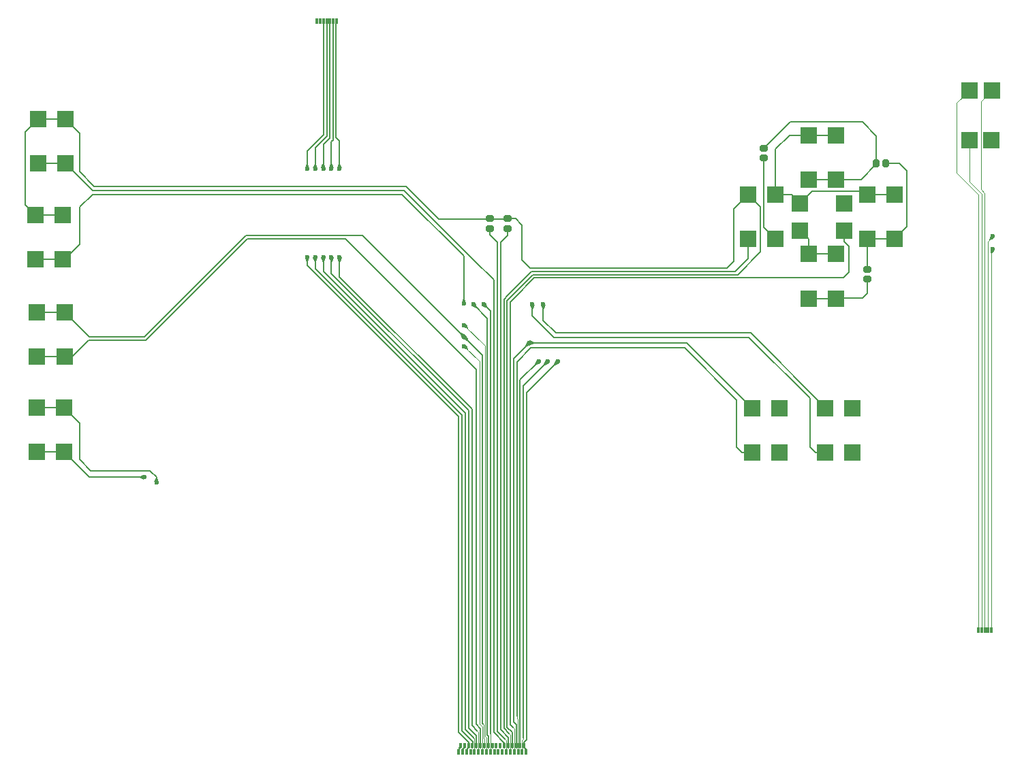
<source format=gtl>
%TF.GenerationSoftware,KiCad,Pcbnew,9.0.3*%
%TF.CreationDate,2025-08-11T00:11:25+03:00*%
%TF.ProjectId,Back,4261636b-2e6b-4696-9361-645f70636258,rev?*%
%TF.SameCoordinates,Original*%
%TF.FileFunction,Copper,L1,Top*%
%TF.FilePolarity,Positive*%
%FSLAX46Y46*%
G04 Gerber Fmt 4.6, Leading zero omitted, Abs format (unit mm)*
G04 Created by KiCad (PCBNEW 9.0.3) date 2025-08-11 00:11:25*
%MOMM*%
%LPD*%
G01*
G04 APERTURE LIST*
G04 Aperture macros list*
%AMRoundRect*
0 Rectangle with rounded corners*
0 $1 Rounding radius*
0 $2 $3 $4 $5 $6 $7 $8 $9 X,Y pos of 4 corners*
0 Add a 4 corners polygon primitive as box body*
4,1,4,$2,$3,$4,$5,$6,$7,$8,$9,$2,$3,0*
0 Add four circle primitives for the rounded corners*
1,1,$1+$1,$2,$3*
1,1,$1+$1,$4,$5*
1,1,$1+$1,$6,$7*
1,1,$1+$1,$8,$9*
0 Add four rect primitives between the rounded corners*
20,1,$1+$1,$2,$3,$4,$5,0*
20,1,$1+$1,$4,$5,$6,$7,0*
20,1,$1+$1,$6,$7,$8,$9,0*
20,1,$1+$1,$8,$9,$2,$3,0*%
%AMFreePoly0*
4,1,7,0.150000,0.330000,0.150000,-0.365000,-0.150000,-0.365000,-0.150000,0.330000,-0.050000,0.370000,0.050000,0.370000,0.150000,0.330000,0.150000,0.330000,$1*%
%AMFreePoly1*
4,1,7,0.150000,-0.275000,0.050000,-0.315000,-0.050000,-0.315000,-0.150000,-0.275000,-0.150000,0.300000,0.150000,0.300000,0.150000,-0.275000,0.150000,-0.275000,$1*%
G04 Aperture macros list end*
%TA.AperFunction,SMDPad,CuDef*%
%ADD10RoundRect,0.200000X0.300000X-0.200000X0.300000X0.200000X-0.300000X0.200000X-0.300000X-0.200000X0*%
%TD*%
%TA.AperFunction,SMDPad,CuDef*%
%ADD11R,2.000000X2.000000*%
%TD*%
%TA.AperFunction,SMDPad,CuDef*%
%ADD12R,0.300000X0.730000*%
%TD*%
%TA.AperFunction,SMDPad,CuDef*%
%ADD13RoundRect,0.200000X-0.300000X0.200000X-0.300000X-0.200000X0.300000X-0.200000X0.300000X0.200000X0*%
%TD*%
%TA.AperFunction,SMDPad,CuDef*%
%ADD14FreePoly0,0.000000*%
%TD*%
%TA.AperFunction,SMDPad,CuDef*%
%ADD15FreePoly1,0.000000*%
%TD*%
%TA.AperFunction,SMDPad,CuDef*%
%ADD16RoundRect,0.200000X-0.200000X-0.300000X0.200000X-0.300000X0.200000X0.300000X-0.200000X0.300000X0*%
%TD*%
%TA.AperFunction,ViaPad*%
%ADD17C,0.600000*%
%TD*%
%TA.AperFunction,Conductor*%
%ADD18C,0.200000*%
%TD*%
%TA.AperFunction,Conductor*%
%ADD19C,0.076000*%
%TD*%
%TA.AperFunction,Conductor*%
%ADD20C,0.100000*%
%TD*%
G04 APERTURE END LIST*
D10*
%TO.P,R3,1*%
%TO.N,Net-(SW3A-D)*%
X164610000Y-75725000D03*
%TO.P,R3,2*%
%TO.N,Net-(SW2A-D)*%
X164610000Y-74525000D03*
%TD*%
D11*
%TO.P,SW11,1,C*%
%TO.N,Net-(J5-Pin_2)*%
X61375000Y-91740000D03*
X64775000Y-91740000D03*
%TO.P,SW11,2,D*%
%TO.N,Net-(J5-Pin_1)*%
X61375000Y-97260000D03*
X64775000Y-97260000D03*
%TD*%
%TO.P,SW2,1,C*%
%TO.N,Net-(J1-Pin_28)*%
X164600000Y-65240000D03*
X168000000Y-65240000D03*
%TO.P,SW2,2,D*%
%TO.N,Net-(SW2A-D)*%
X164600000Y-70760000D03*
X168000000Y-70760000D03*
%TD*%
%TO.P,SW5,1,C*%
%TO.N,Net-(J1-Pin_28)*%
X157300000Y-57840000D03*
X160700000Y-57840000D03*
%TO.P,SW5,2,D*%
%TO.N,Net-(SW5A-D)*%
X157300000Y-63360000D03*
X160700000Y-63360000D03*
%TD*%
%TO.P,SW10,1,C*%
%TO.N,Net-(J1-Pin_12)*%
X64825000Y-85410000D03*
X61425000Y-85410000D03*
%TO.P,SW10,2,D*%
%TO.N,Net-(J1-Pin_14)*%
X64825000Y-79890000D03*
X61425000Y-79890000D03*
%TD*%
%TO.P,SW6,1,C*%
%TO.N,Net-(J1-Pin_30)*%
X150280000Y-91800000D03*
X153680000Y-91800000D03*
%TO.P,SW6,2,D*%
%TO.N,Net-(J1-Pin_31)*%
X150280000Y-97320000D03*
X153680000Y-97320000D03*
%TD*%
%TO.P,SW8,1,C*%
%TO.N,Net-(J1-Pin_28)*%
X61550000Y-55840000D03*
X64950000Y-55840000D03*
%TO.P,SW8,2,D*%
%TO.N,Net-(J1-Pin_24)*%
X61550000Y-61360000D03*
X64950000Y-61360000D03*
%TD*%
D12*
%TO.P,J4,1,Pin_1*%
%TO.N,Net-(J1-Pin_11)*%
X98630000Y-43660000D03*
%TO.P,J4,2,Pin_2*%
%TO.N,Net-(J1-Pin_10)*%
X98230000Y-43660000D03*
%TO.P,J4,3,Pin_3*%
%TO.N,Net-(J1-Pin_9)*%
X97830000Y-43660000D03*
%TO.P,J4,4,Pin_4*%
%TO.N,Net-(J1-Pin_7)*%
X97430000Y-43660000D03*
%TO.P,J4,5,Pin_5*%
%TO.N,Net-(J1-Pin_5)*%
X97030000Y-43660000D03*
%TO.P,J4,6*%
%TO.N,N/C*%
X96630000Y-43660000D03*
%TO.P,J4,7*%
X96230000Y-43660000D03*
%TD*%
D11*
%TO.P,SW1,1,C*%
%TO.N,Net-(J1-Pin_28)*%
X156240000Y-69700000D03*
X156240000Y-66300000D03*
%TO.P,SW1,2,D*%
%TO.N,Net-(J1-Pin_29)*%
X161760000Y-69700000D03*
X161760000Y-66300000D03*
%TD*%
D13*
%TO.P,C2,1*%
%TO.N,Net-(J1-Pin_28)*%
X119860000Y-68236817D03*
%TO.P,C2,2*%
%TO.N,Net-(J1-Pin_26)*%
X119860000Y-69436817D03*
%TD*%
D11*
%TO.P,SW3,1,C*%
%TO.N,Net-(J1-Pin_28)*%
X157300000Y-72640000D03*
X160700000Y-72640000D03*
%TO.P,SW3,2,D*%
%TO.N,Net-(SW3A-D)*%
X157300000Y-78160000D03*
X160700000Y-78160000D03*
%TD*%
%TO.P,SW4,1,C*%
%TO.N,Net-(J1-Pin_28)*%
X149800000Y-65240000D03*
X153200000Y-65240000D03*
%TO.P,SW4,2,D*%
%TO.N,Net-(J1-Pin_27)*%
X149800000Y-70760000D03*
X153200000Y-70760000D03*
%TD*%
D10*
%TO.P,R1,1*%
%TO.N,Net-(J1-Pin_27)*%
X151750000Y-60705000D03*
%TO.P,R1,2*%
%TO.N,Net-(SW5A-D)*%
X151750000Y-59505000D03*
%TD*%
D12*
%TO.P,J3,1,Pin_1*%
%TO.N,Net-(J3-Pin_1)*%
X178410000Y-119390000D03*
%TO.P,J3,2,Pin_2*%
%TO.N,Net-(J3-Pin_2)*%
X178810000Y-119390000D03*
%TO.P,J3,3,Pin_3*%
%TO.N,Net-(J3-Pin_3)*%
X179210000Y-119390000D03*
%TO.P,J3,4,Pin_4*%
%TO.N,Net-(J3-Pin_4)*%
X179610000Y-119390000D03*
%TO.P,J3,5,Pin_5*%
%TO.N,Net-(J3-Pin_5)*%
X180010000Y-119390000D03*
%TD*%
D13*
%TO.P,C1,1*%
%TO.N,Net-(J1-Pin_28)*%
X117710000Y-68240000D03*
%TO.P,C1,2*%
%TO.N,Net-(J1-Pin_25)*%
X117710000Y-69440000D03*
%TD*%
D11*
%TO.P,SW7,1,C*%
%TO.N,Net-(J1-Pin_16)*%
X159370000Y-91800000D03*
X162770000Y-91800000D03*
%TO.P,SW7,2,D*%
%TO.N,Net-(J1-Pin_17)*%
X159370000Y-97320000D03*
X162770000Y-97320000D03*
%TD*%
%TO.P,SW13,1,B*%
%TO.N,Net-(J3-Pin_1)*%
X180070000Y-52240000D03*
X180050000Y-58470000D03*
%TO.P,SW13,2,C*%
%TO.N,Net-(J3-Pin_2)*%
X177280000Y-52240000D03*
%TO.P,SW13,3,A*%
%TO.N,Net-(J3-Pin_3)*%
X177290000Y-58470000D03*
%TD*%
D14*
%TO.P,J1,1,Pin_1*%
%TO.N,Net-(J1-Pin_1)*%
X113803183Y-134546817D03*
D15*
%TO.P,J1,2,Pin_2*%
X114053183Y-133796817D03*
D14*
%TO.P,J1,3,Pin_3*%
%TO.N,Net-(J1-Pin_3)*%
X114297301Y-134546817D03*
D15*
%TO.P,J1,4,Pin_4*%
X114546933Y-133796817D03*
D14*
%TO.P,J1,5,Pin_5*%
%TO.N,Net-(J1-Pin_5)*%
X114791418Y-134546817D03*
D15*
%TO.P,J1,6,Pin_6*%
X115040683Y-133796817D03*
D14*
%TO.P,J1,7,Pin_7*%
%TO.N,Net-(J1-Pin_7)*%
X115285536Y-134546817D03*
D15*
%TO.P,J1,8,Pin_8*%
X115534433Y-133796817D03*
D14*
%TO.P,J1,9,Pin_9*%
%TO.N,Net-(J1-Pin_9)*%
X115779654Y-134546817D03*
D15*
%TO.P,J1,10,Pin_10*%
%TO.N,Net-(J1-Pin_10)*%
X116028183Y-133796817D03*
D14*
%TO.P,J1,11,Pin_11*%
%TO.N,Net-(J1-Pin_11)*%
X116273771Y-134546817D03*
D15*
%TO.P,J1,12,Pin_12*%
%TO.N,Net-(J1-Pin_12)*%
X116521933Y-133796817D03*
D14*
%TO.P,J1,13,Pin_13*%
%TO.N,Net-(J1-Pin_13)*%
X116767889Y-134546817D03*
D15*
%TO.P,J1,14,Pin_14*%
%TO.N,Net-(J1-Pin_14)*%
X117015683Y-133796817D03*
D14*
%TO.P,J1,15,Pin_15*%
%TO.N,Net-(J1-Pin_15)*%
X117262007Y-134546817D03*
D15*
%TO.P,J1,16,Pin_16*%
%TO.N,Net-(J1-Pin_16)*%
X117509433Y-133796817D03*
D14*
%TO.P,J1,17,Pin_17*%
%TO.N,Net-(J1-Pin_17)*%
X117756124Y-134546817D03*
D15*
%TO.P,J1,18,Pin_18*%
%TO.N,unconnected-(J1-Pin_18-Pad18)*%
X118003183Y-133796817D03*
D14*
%TO.P,J1,19,Pin_19*%
%TO.N,unconnected-(J1-Pin_19-Pad19)*%
X118250242Y-134546817D03*
D15*
%TO.P,J1,20,Pin_20*%
%TO.N,unconnected-(J1-Pin_20-Pad20)*%
X118496933Y-133796817D03*
D14*
%TO.P,J1,21,Pin_21*%
%TO.N,unconnected-(J1-Pin_21-Pad21)*%
X118744359Y-134546817D03*
D15*
%TO.P,J1,22,Pin_22*%
%TO.N,unconnected-(J1-Pin_22-Pad22)*%
X118990683Y-133796817D03*
D14*
%TO.P,J1,23,Pin_23*%
%TO.N,unconnected-(J1-Pin_23-Pad23)*%
X119238477Y-134546817D03*
D15*
%TO.P,J1,24,Pin_24*%
%TO.N,Net-(J1-Pin_24)*%
X119484433Y-133796817D03*
D14*
%TO.P,J1,25,Pin_25*%
%TO.N,Net-(J1-Pin_25)*%
X119732595Y-134546817D03*
D15*
%TO.P,J1,26,Pin_26*%
%TO.N,Net-(J1-Pin_26)*%
X119978183Y-133796817D03*
D14*
%TO.P,J1,27,Pin_27*%
%TO.N,Net-(J1-Pin_27)*%
X120226712Y-134546817D03*
D15*
%TO.P,J1,28,Pin_28*%
%TO.N,Net-(J1-Pin_28)*%
X120471933Y-133796817D03*
D14*
%TO.P,J1,29,Pin_29*%
%TO.N,Net-(J1-Pin_29)*%
X120720830Y-134546817D03*
D15*
%TO.P,J1,30,Pin_30*%
%TO.N,Net-(J1-Pin_30)*%
X120965683Y-133796817D03*
D14*
%TO.P,J1,31,Pin_31*%
%TO.N,Net-(J1-Pin_31)*%
X121214948Y-134546817D03*
D15*
%TO.P,J1,32,Pin_32*%
%TO.N,Net-(J1-Pin_32)*%
X121459433Y-133796817D03*
D14*
%TO.P,J1,33,Pin_33*%
%TO.N,Net-(J1-Pin_33)*%
X121709065Y-134546817D03*
D15*
%TO.P,J1,34,Pin_34*%
%TO.N,Net-(J1-Pin_34)*%
X121953183Y-133796817D03*
D14*
%TO.P,J1,35,Pin_35*%
X122203183Y-134546817D03*
%TD*%
D11*
%TO.P,SW9,1,C*%
%TO.N,Net-(J1-Pin_28)*%
X61225000Y-67780000D03*
X64625000Y-67780000D03*
%TO.P,SW9,2,D*%
%TO.N,Net-(J1-Pin_30)*%
X61225000Y-73300000D03*
X64625000Y-73300000D03*
%TD*%
D16*
%TO.P,R2,1*%
%TO.N,Net-(SW5A-D)*%
X165720000Y-61340000D03*
%TO.P,R2,2*%
%TO.N,Net-(SW2A-D)*%
X166920000Y-61340000D03*
%TD*%
D17*
%TO.N,Net-(J1-Pin_30)*%
X122580000Y-83670000D03*
X114480000Y-78800000D03*
%TO.N,Net-(J1-Pin_17)*%
X116940000Y-78840000D03*
X122980000Y-78900000D03*
%TO.N,Net-(J1-Pin_16)*%
X124330000Y-78880000D03*
X115650000Y-78840000D03*
%TO.N,Net-(J1-Pin_14)*%
X114500000Y-82940000D03*
%TO.N,Net-(J5-Pin_1)*%
X74770000Y-100390000D03*
%TO.N,Net-(J5-Pin_2)*%
X76280000Y-101040000D03*
%TO.N,Net-(J1-Pin_32)*%
X123770000Y-85950000D03*
%TO.N,Net-(J1-Pin_33)*%
X124910000Y-85960000D03*
%TO.N,Net-(J1-Pin_34)*%
X126180000Y-85960000D03*
%TO.N,Net-(J1-Pin_13)*%
X114497128Y-84082872D03*
%TO.N,Net-(J1-Pin_15)*%
X114500000Y-81490000D03*
%TO.N,Net-(J1-Pin_9)*%
X97000000Y-73000000D03*
X97000000Y-62000000D03*
%TO.N,Net-(J1-Pin_5)*%
X95000000Y-73000000D03*
X95000000Y-62000000D03*
%TO.N,Net-(J1-Pin_7)*%
X96000000Y-73000000D03*
X96000000Y-62000000D03*
%TO.N,Net-(J1-Pin_10)*%
X98000000Y-73000000D03*
X98000000Y-62000000D03*
%TO.N,Net-(J1-Pin_11)*%
X99000000Y-73000000D03*
X99000000Y-62000000D03*
%TO.N,Net-(J3-Pin_5)*%
X180200000Y-72000000D03*
%TO.N,Net-(J3-Pin_4)*%
X180220000Y-70420000D03*
%TD*%
D18*
%TO.N,Net-(J1-Pin_28)*%
X157300000Y-72640000D02*
X160700000Y-72640000D01*
X157300000Y-70760000D02*
X156240000Y-69700000D01*
X154935000Y-57840000D02*
X157300000Y-57840000D01*
X122711066Y-74400000D02*
X122704883Y-74393817D01*
X121703183Y-69036817D02*
X121703183Y-73396817D01*
X153200000Y-65240000D02*
X153200000Y-59575000D01*
X151300000Y-72370000D02*
X151300000Y-66740000D01*
X164600000Y-65240000D02*
X168000000Y-65240000D01*
X113661163Y-68250000D02*
X113664346Y-68246817D01*
X68540000Y-64180000D02*
X107280000Y-64180000D01*
X113664346Y-68246817D02*
X120313183Y-68246817D01*
X61225000Y-67780000D02*
X64625000Y-67780000D01*
X61550000Y-55840000D02*
X64950000Y-55840000D01*
X122930000Y-74400000D02*
X147150000Y-74400000D01*
X148000000Y-73550000D02*
X148000000Y-67040000D01*
X156240000Y-66300000D02*
X156240000Y-66285000D01*
X120473183Y-133796817D02*
X120473183Y-132124717D01*
X153200000Y-65240000D02*
X155180000Y-65240000D01*
X120313183Y-68246817D02*
X120323183Y-68236817D01*
X120312183Y-77929917D02*
X120312183Y-77920717D01*
X153200000Y-59575000D02*
X154935000Y-57840000D01*
X119836365Y-131487899D02*
X119836365Y-78405735D01*
X157300000Y-57840000D02*
X160700000Y-57840000D01*
X164180000Y-64820000D02*
X164600000Y-65240000D01*
X122706366Y-74400000D02*
X122930000Y-74400000D01*
X122930000Y-74400000D02*
X122711066Y-74400000D01*
X61550000Y-55840000D02*
X59950000Y-57440000D01*
X120473183Y-132124717D02*
X119836365Y-131487899D01*
X59950000Y-66505000D02*
X61225000Y-67780000D01*
X151300000Y-66740000D02*
X149800000Y-65240000D01*
X147150000Y-74400000D02*
X148000000Y-73550000D01*
X59950000Y-57440000D02*
X59950000Y-66505000D01*
X120312183Y-77920717D02*
X123037083Y-75195817D01*
X148000000Y-67040000D02*
X149800000Y-65240000D01*
X111350000Y-68250000D02*
X113661163Y-68250000D01*
X121703183Y-73396817D02*
X122706366Y-74400000D01*
X66710000Y-62350000D02*
X68540000Y-64180000D01*
X157300000Y-72640000D02*
X157300000Y-70760000D01*
X119836365Y-78405735D02*
X120312183Y-77929917D01*
X64950000Y-55840000D02*
X66710000Y-57600000D01*
X120903183Y-68236817D02*
X121703183Y-69036817D01*
X123037083Y-75195817D02*
X148474183Y-75195817D01*
X120323183Y-68236817D02*
X120903183Y-68236817D01*
X157705000Y-64820000D02*
X164180000Y-64820000D01*
X66710000Y-57600000D02*
X66710000Y-62350000D01*
X156240000Y-66285000D02*
X157705000Y-64820000D01*
X155180000Y-65240000D02*
X156240000Y-66300000D01*
X107280000Y-64180000D02*
X111350000Y-68250000D01*
X148474183Y-75195817D02*
X151300000Y-72370000D01*
%TO.N,Net-(J1-Pin_25)*%
X117710000Y-70230000D02*
X117710000Y-69440000D01*
X118602247Y-71122247D02*
X117710000Y-70230000D01*
D19*
X119733183Y-133126817D02*
X119733183Y-134546817D01*
X119598183Y-132991817D02*
X119733183Y-133126817D01*
D18*
X118602247Y-131995881D02*
X118602247Y-71122247D01*
X119598183Y-132991817D02*
X118602247Y-131995881D01*
%TO.N,Net-(J1-Pin_26)*%
X119983183Y-132776817D02*
X119023183Y-131816817D01*
X119023183Y-131816817D02*
X119023183Y-71136817D01*
X119983183Y-133796817D02*
X119983183Y-132776817D01*
X119860000Y-70300000D02*
X119860000Y-69436817D01*
X119023183Y-71136817D02*
X119860000Y-70300000D01*
%TO.N,Net-(J1-Pin_29)*%
X161760000Y-71085000D02*
X162325000Y-71650000D01*
X162325000Y-71650000D02*
X162325000Y-74875000D01*
X120248461Y-86459439D02*
X120248461Y-131212095D01*
X120237365Y-86448343D02*
X120248461Y-86459439D01*
X123206366Y-75600000D02*
X123203183Y-75596817D01*
X162325000Y-74875000D02*
X161600000Y-75600000D01*
X120713183Y-78086817D02*
X120713183Y-78096017D01*
X120713183Y-78096017D02*
X120237365Y-78571835D01*
X161760000Y-69700000D02*
X161760000Y-71085000D01*
D19*
X120713183Y-134546817D02*
X120713183Y-131676817D01*
D18*
X123203183Y-75596817D02*
X120713183Y-78086817D01*
X120237365Y-78571835D02*
X120237365Y-86448343D01*
X161600000Y-75600000D02*
X123206366Y-75600000D01*
D20*
X120713183Y-131676817D02*
X120563183Y-131526817D01*
D18*
X120248461Y-131212095D02*
X120563183Y-131526817D01*
%TO.N,Net-(SW2A-D)*%
X166920000Y-61340000D02*
X168560000Y-61340000D01*
X169525000Y-69235000D02*
X168000000Y-70760000D01*
X164610000Y-70770000D02*
X164610000Y-74525000D01*
X169525000Y-62305000D02*
X169525000Y-69235000D01*
X168560000Y-61340000D02*
X169525000Y-62305000D01*
X164600000Y-70760000D02*
X164610000Y-70770000D01*
X164600000Y-70760000D02*
X168000000Y-70760000D01*
%TO.N,Net-(SW3A-D)*%
X164610000Y-77500000D02*
X164010000Y-78100000D01*
X160760000Y-78100000D02*
X160700000Y-78160000D01*
X164010000Y-78100000D02*
X160760000Y-78100000D01*
X164610000Y-75725000D02*
X164610000Y-77500000D01*
X160700000Y-78160000D02*
X157300000Y-78160000D01*
%TO.N,Net-(J1-Pin_27)*%
X119435365Y-78239635D02*
X119435365Y-131339635D01*
X122870983Y-74794817D02*
X119911183Y-77754617D01*
X119911183Y-77754617D02*
X119911183Y-77763817D01*
X119433183Y-131341817D02*
X119433183Y-131656817D01*
X119911183Y-77763817D02*
X119435365Y-78239635D01*
D19*
X120223183Y-132446817D02*
X120093183Y-132316817D01*
X120223183Y-134546817D02*
X120223183Y-132446817D01*
D18*
X119435365Y-131339635D02*
X119433183Y-131341817D01*
X149800000Y-70760000D02*
X149800000Y-73180000D01*
X153200000Y-70760000D02*
X151750000Y-69310000D01*
X149800000Y-73180000D02*
X148182000Y-74798000D01*
X122870983Y-74794817D02*
X148178817Y-74794817D01*
X119433183Y-131656817D02*
X120093183Y-132316817D01*
X148178817Y-74794817D02*
X148182000Y-74798000D01*
X151750000Y-69310000D02*
X151750000Y-60705000D01*
%TO.N,Net-(SW5A-D)*%
X163800000Y-63360000D02*
X160700000Y-63360000D01*
X165720000Y-61440000D02*
X163800000Y-63360000D01*
X165720000Y-61340000D02*
X165720000Y-61440000D01*
X160700000Y-63360000D02*
X157300000Y-63360000D01*
X165740000Y-57930000D02*
X165740000Y-61320000D01*
X155040000Y-56180000D02*
X163990000Y-56180000D01*
X151750000Y-59470000D02*
X155040000Y-56180000D01*
X163990000Y-56180000D02*
X165740000Y-57930000D01*
X165740000Y-61320000D02*
X165720000Y-61340000D01*
%TO.N,Net-(J1-Pin_31)*%
X149020000Y-97320000D02*
X150420000Y-97320000D01*
X148375000Y-96675000D02*
X149020000Y-97320000D01*
X141910000Y-84320000D02*
X148375000Y-90785000D01*
X150420000Y-97320000D02*
X150425000Y-97325000D01*
D19*
X121120000Y-130443634D02*
X121203183Y-130526817D01*
X121203183Y-130526817D02*
X121203183Y-134546817D01*
D20*
X121052183Y-130375817D02*
X121052183Y-130116817D01*
D18*
X148375000Y-90785000D02*
X148375000Y-96675000D01*
X121050461Y-130115095D02*
X121050461Y-86069539D01*
X121052183Y-130116817D02*
X121050461Y-130115095D01*
X122800000Y-84320000D02*
X141910000Y-84320000D01*
X121050461Y-86069539D02*
X122800000Y-84320000D01*
D20*
X121120000Y-130443634D02*
X121052183Y-130375817D01*
D18*
%TO.N,Net-(J1-Pin_30)*%
X64625000Y-73300000D02*
X64820000Y-73300000D01*
X106800000Y-65200000D02*
X114490000Y-72890000D01*
X68310000Y-65200000D02*
X106800000Y-65200000D01*
X61225000Y-73300000D02*
X64625000Y-73300000D01*
X120963183Y-131176817D02*
X120963183Y-133796817D01*
X66730000Y-71390000D02*
X66730000Y-66780000D01*
X142425000Y-83945000D02*
X150355000Y-91875000D01*
X66730000Y-66780000D02*
X68310000Y-65200000D01*
X114490000Y-72890000D02*
X114490000Y-78790000D01*
X114490000Y-78790000D02*
X114480000Y-78800000D01*
X122580000Y-83670000D02*
X142148183Y-83670000D01*
X120649461Y-85600539D02*
X120649461Y-130863095D01*
X142423183Y-83945000D02*
X142425000Y-83945000D01*
X120649461Y-130863095D02*
X120963183Y-131176817D01*
X64820000Y-73300000D02*
X66730000Y-71390000D01*
X142148183Y-83670000D02*
X142423183Y-83945000D01*
X122580000Y-83670000D02*
X120649461Y-85600539D01*
%TO.N,Net-(J1-Pin_17)*%
X149901000Y-83001000D02*
X157475000Y-90575000D01*
D19*
X117793183Y-132319717D02*
X117793183Y-133316817D01*
X117793183Y-133316817D02*
X117763183Y-133346817D01*
D18*
X159385000Y-97320000D02*
X159425000Y-97360000D01*
X158145000Y-97320000D02*
X159385000Y-97320000D01*
X157475000Y-96650000D02*
X158145000Y-97320000D01*
D19*
X117763183Y-133346817D02*
X117763183Y-134546817D01*
D18*
X116940000Y-78840000D02*
X117793183Y-79693183D01*
X157475000Y-90575000D02*
X157475000Y-96650000D01*
X117793183Y-79693183D02*
X117793183Y-132319717D01*
X122980000Y-80340000D02*
X125641000Y-83001000D01*
X125641000Y-83001000D02*
X149901000Y-83001000D01*
X122980000Y-78900000D02*
X122980000Y-80340000D01*
%TO.N,Net-(J1-Pin_16)*%
X115650000Y-78840000D02*
X115650000Y-78870000D01*
X117513183Y-132606817D02*
X117513183Y-133796817D01*
X124330000Y-80870000D02*
X125913978Y-82453978D01*
X117393183Y-80613183D02*
X117393183Y-132494717D01*
X117482083Y-132575717D02*
X117513183Y-132606817D01*
X150103978Y-82453978D02*
X159370000Y-91720000D01*
X159370000Y-91720000D02*
X159370000Y-91800000D01*
X124330000Y-78880000D02*
X124330000Y-80870000D01*
X159410000Y-91840000D02*
X159370000Y-91800000D01*
X117474183Y-132575717D02*
X117482083Y-132575717D01*
X115650000Y-78870000D02*
X117393183Y-80613183D01*
X117393183Y-132494717D02*
X117474183Y-132575717D01*
X159425000Y-91840000D02*
X159410000Y-91840000D01*
X125913978Y-82453978D02*
X150103978Y-82453978D01*
%TO.N,Net-(J1-Pin_24)*%
X118193183Y-75840000D02*
X118193183Y-132152617D01*
X68301952Y-64711952D02*
X107056015Y-64711952D01*
X64950000Y-61360000D02*
X68301952Y-64711952D01*
X115690000Y-73345937D02*
X115699120Y-73345937D01*
X115699120Y-73345937D02*
X118193183Y-75840000D01*
X107056015Y-64711952D02*
X115690000Y-73345937D01*
X118193183Y-132152617D02*
X119483183Y-133442617D01*
X61550000Y-61360000D02*
X64950000Y-61360000D01*
X119483183Y-133442617D02*
X119483183Y-133796817D01*
%TO.N,Net-(J1-Pin_14)*%
X101891000Y-70331000D02*
X87419000Y-70331000D01*
D19*
X117015683Y-133448829D02*
X117015683Y-133796817D01*
X117020000Y-133444512D02*
X117015683Y-133448829D01*
X117020000Y-132990000D02*
X117020000Y-133444512D01*
D18*
X74801000Y-82949000D02*
X67884000Y-82949000D01*
X116870000Y-131110000D02*
X116760000Y-131000000D01*
D19*
X116930000Y-132900000D02*
X117020000Y-132990000D01*
D18*
X111925000Y-80365000D02*
X101891000Y-70331000D01*
X114500000Y-82940000D02*
X111925000Y-80365000D01*
X116760000Y-85200000D02*
X114500000Y-82940000D01*
X116760000Y-131000000D02*
X116760000Y-85200000D01*
X64825000Y-79890000D02*
X61425000Y-79890000D01*
D19*
X116870000Y-131110000D02*
X116930000Y-131170000D01*
D20*
X111940000Y-80380000D02*
X111925000Y-80365000D01*
D18*
X67884000Y-82949000D02*
X64825000Y-79890000D01*
X87419000Y-70331000D02*
X74801000Y-82949000D01*
D19*
X116930000Y-131170000D02*
X116930000Y-132900000D01*
D18*
%TO.N,Net-(J1-Pin_12)*%
X67860000Y-83350000D02*
X74967100Y-83350000D01*
X116520000Y-133793634D02*
X116523183Y-133796817D01*
X115980000Y-87000000D02*
X115980000Y-131130000D01*
X61425000Y-85410000D02*
X64825000Y-85410000D01*
X99712000Y-70732000D02*
X115980000Y-87000000D01*
X87585100Y-70732000D02*
X99712000Y-70732000D01*
X116520000Y-131670000D02*
X116520000Y-133793634D01*
X65800000Y-85410000D02*
X67860000Y-83350000D01*
X115980000Y-131130000D02*
X116520000Y-131670000D01*
X64825000Y-85410000D02*
X65800000Y-85410000D01*
X74967100Y-83350000D02*
X87585100Y-70732000D01*
%TO.N,Net-(J5-Pin_1)*%
X67890000Y-100390000D02*
X64775000Y-97275000D01*
X74770000Y-100390000D02*
X67890000Y-100390000D01*
X64775000Y-97275000D02*
X64775000Y-97260000D01*
X61375000Y-97260000D02*
X64775000Y-97260000D01*
%TO.N,Net-(J5-Pin_2)*%
X66710000Y-98190000D02*
X66710000Y-93675000D01*
X75480000Y-99600000D02*
X68120000Y-99600000D01*
X76280000Y-100400000D02*
X75480000Y-99600000D01*
X66710000Y-93675000D02*
X64775000Y-91740000D01*
X76280000Y-101040000D02*
X76280000Y-100400000D01*
X64775000Y-91740000D02*
X61375000Y-91740000D01*
X68120000Y-99600000D02*
X66710000Y-98190000D01*
%TO.N,Net-(J1-Pin_32)*%
X121453183Y-88266817D02*
X123770000Y-85950000D01*
X121453183Y-133796817D02*
X121453183Y-101630717D01*
X121453183Y-101630717D02*
X121453183Y-88266817D01*
D19*
%TO.N,Net-(J1-Pin_33)*%
X121703183Y-133146817D02*
X121703183Y-134546817D01*
D18*
X121859000Y-102101634D02*
X121859000Y-132802000D01*
D20*
X121859000Y-132802000D02*
X121854183Y-132806817D01*
D18*
X121853183Y-102095817D02*
X121859000Y-102101634D01*
D19*
X121854183Y-132806817D02*
X121854183Y-132995817D01*
D18*
X121853183Y-101797817D02*
X121853183Y-89016817D01*
D19*
X121854183Y-132995817D02*
X121703183Y-133146817D01*
D18*
X121853183Y-89016817D02*
X124910000Y-85960000D01*
X121853183Y-101797817D02*
X121853183Y-102095817D01*
%TO.N,Net-(J1-Pin_34)*%
X122260000Y-133070000D02*
X122260000Y-101990000D01*
X121953183Y-133880817D02*
X121962183Y-133880817D01*
X122260000Y-89880000D02*
X126180000Y-85960000D01*
X121953183Y-134021817D02*
X122203183Y-134271817D01*
X121953183Y-133796817D02*
X121953183Y-134021817D01*
X122203183Y-134271817D02*
X122203183Y-134546817D01*
X121953183Y-133796817D02*
X121953183Y-133880817D01*
X122260000Y-101990000D02*
X122260000Y-89880000D01*
X121953183Y-133796817D02*
X121953183Y-133376817D01*
X121953183Y-133376817D02*
X122260000Y-133070000D01*
D20*
%TO.N,Net-(J3-Pin_3)*%
X178700000Y-53610000D02*
X178700000Y-64600000D01*
X180070000Y-52240000D02*
X178700000Y-53610000D01*
X178700000Y-64600000D02*
X179180000Y-65080000D01*
X179180000Y-65080000D02*
X179180000Y-119408000D01*
X179180000Y-119408000D02*
X179182000Y-119410000D01*
%TO.N,Net-(J3-Pin_2)*%
X177280000Y-52240000D02*
X175690000Y-53830000D01*
X177290000Y-58470000D02*
X177290000Y-63660000D01*
X175690000Y-62520000D02*
X178410000Y-65240000D01*
X177290000Y-63660000D02*
X178794000Y-65164000D01*
X175690000Y-53830000D02*
X175690000Y-62520000D01*
X178794000Y-65164000D02*
X178794000Y-119410000D01*
X178410000Y-119405000D02*
X178405000Y-119410000D01*
X178410000Y-116602948D02*
X178410000Y-119405000D01*
X178410000Y-65240000D02*
X178410000Y-116916454D01*
%TO.N,Net-(J1-Pin_13)*%
X116390000Y-131082872D02*
X116721000Y-131413872D01*
X114497128Y-84082872D02*
X114497128Y-84087128D01*
D19*
X116767889Y-134546817D02*
X116767889Y-131460761D01*
D20*
X116390000Y-85980000D02*
X116390000Y-131082872D01*
X114497128Y-84087128D02*
X116390000Y-85980000D01*
D19*
X116767889Y-131460761D02*
X116721000Y-131413872D01*
D20*
%TO.N,Net-(J1-Pin_15)*%
X117080000Y-130800000D02*
X117080000Y-84070000D01*
D19*
X117262007Y-132812007D02*
X117262007Y-134546817D01*
D20*
X117080000Y-84070000D02*
X114500000Y-81490000D01*
X117123000Y-130843000D02*
X117080000Y-130800000D01*
X117200000Y-132750000D02*
X117123000Y-132673000D01*
X117123000Y-132673000D02*
X117123000Y-130843000D01*
D19*
X117200000Y-132750000D02*
X117262007Y-132812007D01*
D18*
%TO.N,Net-(J1-Pin_9)*%
X97000000Y-74790000D02*
X114623183Y-92413183D01*
X114623183Y-92413183D02*
X114623183Y-131790073D01*
X97000000Y-62000000D02*
X97000000Y-58990000D01*
D19*
X115783183Y-132953183D02*
X115783183Y-134546817D01*
D18*
X97020000Y-72960000D02*
X96970000Y-72960000D01*
X97810000Y-58180000D02*
X97810000Y-43528000D01*
X97810000Y-43528000D02*
X97818000Y-43520000D01*
D19*
X115649927Y-132819927D02*
X115783183Y-132953183D01*
D18*
X114623183Y-131790073D02*
X115649927Y-132816817D01*
D19*
X115649927Y-132816817D02*
X115649927Y-132819927D01*
D18*
X97000000Y-72990000D02*
X97000000Y-74790000D01*
X96970000Y-72960000D02*
X97000000Y-72990000D01*
X97000000Y-58990000D02*
X97810000Y-58180000D01*
%TO.N,Net-(J1-Pin_1)*%
X113902183Y-134081717D02*
X114053183Y-133930717D01*
X114053183Y-133930717D02*
X114053183Y-133796817D01*
X113803183Y-134546817D02*
X113803183Y-134376817D01*
X113902183Y-134277817D02*
X113902183Y-134081717D01*
X113803183Y-134376817D02*
X113902183Y-134277817D01*
%TO.N,Net-(J1-Pin_3)*%
X114303183Y-134247817D02*
X114553183Y-133997817D01*
X114303183Y-134546817D02*
X114303183Y-134397817D01*
X114303183Y-134546817D02*
X114303183Y-134247817D01*
X114553183Y-133997817D02*
X114553183Y-133796817D01*
X114303183Y-134397817D02*
X114342183Y-134397817D01*
%TO.N,Net-(J1-Pin_5)*%
X97042000Y-43520000D02*
X97042000Y-57748000D01*
X115043183Y-133386817D02*
X115043183Y-133796817D01*
X114973183Y-133866817D02*
X114973183Y-134106817D01*
X114793183Y-134286817D02*
X114793183Y-134546817D01*
X113783183Y-92853183D02*
X113783183Y-132126817D01*
X95000000Y-73000000D02*
X95000000Y-74070000D01*
X95000000Y-74070000D02*
X113783183Y-92853183D01*
X114973183Y-134106817D02*
X114793183Y-134286817D01*
X113783183Y-132126817D02*
X115043183Y-133386817D01*
X115043183Y-133796817D02*
X114973183Y-133866817D01*
X97042000Y-57748000D02*
X95000000Y-59790000D01*
X95000000Y-59790000D02*
X95000000Y-62000000D01*
%TO.N,Net-(J1-Pin_7)*%
X96000000Y-74440000D02*
X114203183Y-92643183D01*
X96000000Y-73150000D02*
X96000000Y-74440000D01*
X114203183Y-131979717D02*
X115543183Y-133319717D01*
X96010000Y-61990000D02*
X96000000Y-62000000D01*
X97430000Y-43520000D02*
X97430000Y-57940000D01*
X97430000Y-57940000D02*
X96010000Y-59360000D01*
X96010000Y-59360000D02*
X96010000Y-61990000D01*
X115543183Y-133319717D02*
X115543183Y-133796817D01*
X114203183Y-92643183D02*
X114203183Y-131979717D01*
X95870000Y-73020000D02*
X96000000Y-73150000D01*
%TO.N,Net-(J1-Pin_10)*%
X98000000Y-58640000D02*
X98000000Y-62000000D01*
X98000000Y-72990000D02*
X98000000Y-75080000D01*
X98000000Y-75080000D02*
X115033183Y-92113183D01*
X115033183Y-92113183D02*
X115033183Y-131586817D01*
X98206000Y-43520000D02*
X98206000Y-58434000D01*
X98206000Y-58434000D02*
X98000000Y-58640000D01*
X115033183Y-131586817D02*
X116033183Y-132586817D01*
X116033183Y-132586817D02*
X116033183Y-133796817D01*
D19*
%TO.N,Net-(J1-Pin_11)*%
X116119533Y-131973167D02*
X116123167Y-131973167D01*
D18*
X115463183Y-91893183D02*
X115463183Y-131316817D01*
X99010000Y-73020000D02*
X99010000Y-75440000D01*
X99020000Y-73010000D02*
X99010000Y-73020000D01*
D19*
X116123167Y-131973167D02*
X116273183Y-132123183D01*
D18*
X98600000Y-43525000D02*
X98595000Y-43520000D01*
X99000000Y-62000000D02*
X99000000Y-58540000D01*
X99010000Y-75440000D02*
X115463183Y-91893183D01*
D19*
X116273183Y-132123183D02*
X116273183Y-134546817D01*
D18*
X98600000Y-58140000D02*
X98600000Y-43525000D01*
X99000000Y-58540000D02*
X98600000Y-58140000D01*
X115463183Y-131316817D02*
X116119533Y-131973167D01*
D20*
%TO.N,Net-(J3-Pin_5)*%
X180010000Y-72190000D02*
X180010000Y-119390000D01*
X180200000Y-72000000D02*
X180010000Y-72190000D01*
%TO.N,Net-(J3-Pin_4)*%
X179610000Y-71040000D02*
X179610000Y-119390000D01*
X180220000Y-70420000D02*
X180220000Y-70430000D01*
X180220000Y-70430000D02*
X179610000Y-71040000D01*
%TD*%
%TA.AperFunction,Conductor*%
%TO.N,Net-(J1-Pin_9)*%
G36*
X97100070Y-61409191D02*
G01*
X97102796Y-61413476D01*
X97289608Y-61928709D01*
X97289207Y-61937655D01*
X97282597Y-61943696D01*
X97280929Y-61944165D01*
X97002320Y-62000530D01*
X96997680Y-62000530D01*
X96719070Y-61944165D01*
X96711641Y-61939165D01*
X96709922Y-61930377D01*
X96710387Y-61928720D01*
X96897204Y-61413476D01*
X96903245Y-61406866D01*
X96908203Y-61405764D01*
X97091797Y-61405764D01*
X97100070Y-61409191D01*
G37*
%TD.AperFunction*%
%TD*%
%TA.AperFunction,Conductor*%
%TO.N,Net-(J1-Pin_7)*%
G36*
X96109924Y-61409191D02*
G01*
X96112715Y-61413659D01*
X96289893Y-61928847D01*
X96289343Y-61937785D01*
X96282634Y-61943716D01*
X96281149Y-61944120D01*
X96002320Y-62000530D01*
X95997680Y-62000530D01*
X95719293Y-61944210D01*
X95711864Y-61939210D01*
X95710145Y-61930422D01*
X95710678Y-61928581D01*
X95907128Y-61413295D01*
X95913277Y-61406786D01*
X95918060Y-61405764D01*
X96101651Y-61405764D01*
X96109924Y-61409191D01*
G37*
%TD.AperFunction*%
%TD*%
%TA.AperFunction,Conductor*%
%TO.N,Net-(J1-Pin_11)*%
G36*
X99100070Y-61409191D02*
G01*
X99102796Y-61413476D01*
X99289608Y-61928709D01*
X99289207Y-61937655D01*
X99282597Y-61943696D01*
X99280929Y-61944165D01*
X99002320Y-62000530D01*
X98997680Y-62000530D01*
X98719070Y-61944165D01*
X98711641Y-61939165D01*
X98709922Y-61930377D01*
X98710387Y-61928720D01*
X98897204Y-61413476D01*
X98903245Y-61406866D01*
X98908203Y-61405764D01*
X99091797Y-61405764D01*
X99100070Y-61409191D01*
G37*
%TD.AperFunction*%
%TD*%
%TA.AperFunction,Conductor*%
%TO.N,Net-(J1-Pin_11)*%
G36*
X99281149Y-73055879D02*
G01*
X99288578Y-73060879D01*
X99290297Y-73069667D01*
X99289893Y-73071152D01*
X99112715Y-73586341D01*
X99106784Y-73593050D01*
X99101651Y-73594236D01*
X98918060Y-73594236D01*
X98909787Y-73590809D01*
X98907128Y-73586704D01*
X98710681Y-73071425D01*
X98710935Y-73062474D01*
X98717445Y-73056325D01*
X98719282Y-73055792D01*
X98997682Y-72999469D01*
X99002318Y-72999469D01*
X99281149Y-73055879D01*
G37*
%TD.AperFunction*%
%TD*%
%TA.AperFunction,Conductor*%
%TO.N,Net-(J1-Pin_17)*%
G36*
X123260930Y-78955835D02*
G01*
X123268358Y-78960834D01*
X123270077Y-78969622D01*
X123269608Y-78971290D01*
X123082796Y-79486524D01*
X123076755Y-79493134D01*
X123071797Y-79494236D01*
X122888203Y-79494236D01*
X122879930Y-79490809D01*
X122877204Y-79486524D01*
X122829544Y-79355078D01*
X122690391Y-78971288D01*
X122690792Y-78962344D01*
X122697402Y-78956303D01*
X122699056Y-78955837D01*
X122977682Y-78899469D01*
X122982318Y-78899469D01*
X123260930Y-78955835D01*
G37*
%TD.AperFunction*%
%TD*%
%TA.AperFunction,Conductor*%
%TO.N,Net-(J1-Pin_15)*%
G36*
X114793190Y-81435169D02*
G01*
X114797658Y-81440879D01*
X114952995Y-81867828D01*
X114952603Y-81876774D01*
X114950273Y-81880101D01*
X114890101Y-81940273D01*
X114881828Y-81943700D01*
X114877829Y-81942995D01*
X114450879Y-81787658D01*
X114444276Y-81781609D01*
X114443398Y-81774414D01*
X114497780Y-81497009D01*
X114502734Y-81489551D01*
X114507009Y-81487780D01*
X114784414Y-81433398D01*
X114793190Y-81435169D01*
G37*
%TD.AperFunction*%
%TD*%
%TA.AperFunction,Conductor*%
%TO.N,Net-(J1-Pin_32)*%
G36*
X123530362Y-85789986D02*
G01*
X123531872Y-85790835D01*
X123768734Y-85947984D01*
X123772015Y-85951265D01*
X123929164Y-86188127D01*
X123930883Y-86196915D01*
X123925883Y-86204344D01*
X123924373Y-86205193D01*
X123427953Y-86437422D01*
X123419007Y-86437823D01*
X123414722Y-86435097D01*
X123284902Y-86305277D01*
X123281475Y-86297004D01*
X123282575Y-86292051D01*
X123514806Y-85795625D01*
X123521416Y-85789585D01*
X123530362Y-85789986D01*
G37*
%TD.AperFunction*%
%TD*%
%TA.AperFunction,Conductor*%
%TO.N,Net-(J5-Pin_1)*%
G36*
X74707655Y-100100792D02*
G01*
X74713696Y-100107402D01*
X74714165Y-100109070D01*
X74770530Y-100387680D01*
X74770530Y-100392320D01*
X74714165Y-100670929D01*
X74709165Y-100678358D01*
X74700377Y-100680077D01*
X74698709Y-100679608D01*
X74183476Y-100492796D01*
X74176866Y-100486755D01*
X74175764Y-100481797D01*
X74175764Y-100298202D01*
X74179191Y-100289929D01*
X74183473Y-100287204D01*
X74698711Y-100100391D01*
X74707655Y-100100792D01*
G37*
%TD.AperFunction*%
%TD*%
%TA.AperFunction,Conductor*%
%TO.N,Net-(J5-Pin_2)*%
G36*
X76380070Y-100449191D02*
G01*
X76382796Y-100453476D01*
X76569608Y-100968709D01*
X76569207Y-100977655D01*
X76562597Y-100983696D01*
X76560929Y-100984165D01*
X76282320Y-101040530D01*
X76277680Y-101040530D01*
X75999070Y-100984165D01*
X75991641Y-100979165D01*
X75989922Y-100970377D01*
X75990387Y-100968720D01*
X76177204Y-100453476D01*
X76183245Y-100446866D01*
X76188203Y-100445764D01*
X76371797Y-100445764D01*
X76380070Y-100449191D01*
G37*
%TD.AperFunction*%
%TD*%
%TA.AperFunction,Conductor*%
%TO.N,Net-(J1-Pin_14)*%
G36*
X114754344Y-82784116D02*
G01*
X114755193Y-82785626D01*
X114827080Y-82939293D01*
X114946791Y-83195193D01*
X114987422Y-83282046D01*
X114987823Y-83290992D01*
X114985097Y-83295277D01*
X114855277Y-83425097D01*
X114847004Y-83428524D01*
X114842047Y-83427422D01*
X114691428Y-83356961D01*
X114345626Y-83195193D01*
X114339585Y-83188583D01*
X114339986Y-83179637D01*
X114340835Y-83178127D01*
X114497985Y-82941263D01*
X114501263Y-82937985D01*
X114738127Y-82780834D01*
X114746915Y-82779116D01*
X114754344Y-82784116D01*
G37*
%TD.AperFunction*%
%TD*%
%TA.AperFunction,Conductor*%
%TO.N,Net-(J1-Pin_5)*%
G36*
X95100070Y-61409191D02*
G01*
X95102796Y-61413476D01*
X95289608Y-61928709D01*
X95289207Y-61937655D01*
X95282597Y-61943696D01*
X95280929Y-61944165D01*
X95002320Y-62000530D01*
X94997680Y-62000530D01*
X94719070Y-61944165D01*
X94711641Y-61939165D01*
X94709922Y-61930377D01*
X94710387Y-61928720D01*
X94897204Y-61413476D01*
X94903245Y-61406866D01*
X94908203Y-61405764D01*
X95091797Y-61405764D01*
X95100070Y-61409191D01*
G37*
%TD.AperFunction*%
%TD*%
%TA.AperFunction,Conductor*%
%TO.N,Net-(J1-Pin_7)*%
G36*
X96280930Y-73055835D02*
G01*
X96288358Y-73060834D01*
X96290077Y-73069622D01*
X96289608Y-73071290D01*
X96102796Y-73586524D01*
X96096755Y-73593134D01*
X96091797Y-73594236D01*
X95908203Y-73594236D01*
X95899930Y-73590809D01*
X95897204Y-73586524D01*
X95849544Y-73455078D01*
X95710391Y-73071288D01*
X95710792Y-73062344D01*
X95717402Y-73056303D01*
X95719056Y-73055837D01*
X95997682Y-72999469D01*
X96002318Y-72999469D01*
X96280930Y-73055835D01*
G37*
%TD.AperFunction*%
%TD*%
%TA.AperFunction,Conductor*%
%TO.N,Net-(J1-Pin_30)*%
G36*
X114589924Y-78209191D02*
G01*
X114592715Y-78213659D01*
X114769893Y-78728847D01*
X114769343Y-78737785D01*
X114762634Y-78743716D01*
X114761149Y-78744120D01*
X114482320Y-78800530D01*
X114477680Y-78800530D01*
X114199293Y-78744210D01*
X114191864Y-78739210D01*
X114190145Y-78730422D01*
X114190678Y-78728581D01*
X114387128Y-78213295D01*
X114393277Y-78206786D01*
X114398060Y-78205764D01*
X114581651Y-78205764D01*
X114589924Y-78209191D01*
G37*
%TD.AperFunction*%
%TD*%
%TA.AperFunction,Conductor*%
%TO.N,Net-(J1-Pin_14)*%
G36*
X114157949Y-82452576D02*
G01*
X114468713Y-82597953D01*
X114654373Y-82684806D01*
X114660414Y-82691416D01*
X114660013Y-82700362D01*
X114659164Y-82701872D01*
X114502015Y-82938734D01*
X114498734Y-82942015D01*
X114261872Y-83099164D01*
X114253084Y-83100883D01*
X114245655Y-83095883D01*
X114244806Y-83094373D01*
X114171997Y-82938734D01*
X114012576Y-82597951D01*
X114012176Y-82589007D01*
X114014900Y-82584724D01*
X114144723Y-82454901D01*
X114152995Y-82451475D01*
X114157949Y-82452576D01*
G37*
%TD.AperFunction*%
%TD*%
%TA.AperFunction,Conductor*%
%TO.N,Net-(J1-Pin_10)*%
G36*
X98280930Y-73055835D02*
G01*
X98288358Y-73060834D01*
X98290077Y-73069622D01*
X98289608Y-73071290D01*
X98102796Y-73586524D01*
X98096755Y-73593134D01*
X98091797Y-73594236D01*
X97908203Y-73594236D01*
X97899930Y-73590809D01*
X97897204Y-73586524D01*
X97849544Y-73455078D01*
X97710391Y-73071288D01*
X97710792Y-73062344D01*
X97717402Y-73056303D01*
X97719056Y-73055837D01*
X97997682Y-72999469D01*
X98002318Y-72999469D01*
X98280930Y-73055835D01*
G37*
%TD.AperFunction*%
%TD*%
%TA.AperFunction,Conductor*%
%TO.N,Net-(J1-Pin_10)*%
G36*
X98100070Y-61409191D02*
G01*
X98102796Y-61413476D01*
X98289608Y-61928709D01*
X98289207Y-61937655D01*
X98282597Y-61943696D01*
X98280929Y-61944165D01*
X98002320Y-62000530D01*
X97997680Y-62000530D01*
X97719070Y-61944165D01*
X97711641Y-61939165D01*
X97709922Y-61930377D01*
X97710387Y-61928720D01*
X97897204Y-61413476D01*
X97903245Y-61406866D01*
X97908203Y-61405764D01*
X98091797Y-61405764D01*
X98100070Y-61409191D01*
G37*
%TD.AperFunction*%
%TD*%
%TA.AperFunction,Conductor*%
%TO.N,Net-(J1-Pin_16)*%
G36*
X115903941Y-78684383D02*
G01*
X115904955Y-78686262D01*
X116122797Y-79197205D01*
X116122889Y-79206160D01*
X116120307Y-79210067D01*
X115990498Y-79339876D01*
X115982225Y-79343303D01*
X115976895Y-79342018D01*
X115494990Y-79095408D01*
X115489186Y-79088589D01*
X115489905Y-79079663D01*
X115490571Y-79078525D01*
X115647985Y-78841263D01*
X115651263Y-78837985D01*
X115887725Y-78681101D01*
X115896512Y-78679383D01*
X115903941Y-78684383D01*
G37*
%TD.AperFunction*%
%TD*%
%TA.AperFunction,Conductor*%
%TO.N,Net-(J1-Pin_17)*%
G36*
X117194344Y-78684116D02*
G01*
X117195193Y-78685626D01*
X117267080Y-78839293D01*
X117386791Y-79095193D01*
X117427422Y-79182046D01*
X117427823Y-79190992D01*
X117425097Y-79195277D01*
X117295277Y-79325097D01*
X117287004Y-79328524D01*
X117282047Y-79327422D01*
X117131428Y-79256961D01*
X116785626Y-79095193D01*
X116779585Y-79088583D01*
X116779986Y-79079637D01*
X116780835Y-79078127D01*
X116937985Y-78841263D01*
X116941263Y-78837985D01*
X117178127Y-78680834D01*
X117186915Y-78679116D01*
X117194344Y-78684116D01*
G37*
%TD.AperFunction*%
%TD*%
%TA.AperFunction,Conductor*%
%TO.N,Net-(J3-Pin_4)*%
G36*
X180178910Y-70411099D02*
G01*
X180212989Y-70417780D01*
X180220448Y-70422734D01*
X180222219Y-70427010D01*
X180276627Y-70704547D01*
X180274856Y-70713325D01*
X180269296Y-70717737D01*
X179847241Y-70877859D01*
X179838290Y-70877590D01*
X179834818Y-70875193D01*
X179774648Y-70815023D01*
X179771221Y-70806750D01*
X179771871Y-70802905D01*
X179922424Y-70371052D01*
X179928382Y-70364371D01*
X179935721Y-70363425D01*
X180178910Y-70411099D01*
G37*
%TD.AperFunction*%
%TD*%
%TA.AperFunction,Conductor*%
%TO.N,Net-(J1-Pin_33)*%
G36*
X124670362Y-85799986D02*
G01*
X124671872Y-85800835D01*
X124908734Y-85957984D01*
X124912015Y-85961265D01*
X125069164Y-86198127D01*
X125070883Y-86206915D01*
X125065883Y-86214344D01*
X125064373Y-86215193D01*
X124567953Y-86447422D01*
X124559007Y-86447823D01*
X124554722Y-86445097D01*
X124424902Y-86315277D01*
X124421475Y-86307004D01*
X124422575Y-86302051D01*
X124654806Y-85805625D01*
X124661416Y-85799585D01*
X124670362Y-85799986D01*
G37*
%TD.AperFunction*%
%TD*%
%TA.AperFunction,Conductor*%
%TO.N,Net-(J3-Pin_5)*%
G36*
X180201083Y-72002277D02*
G01*
X180204355Y-72005544D01*
X180361077Y-72241035D01*
X180362808Y-72249821D01*
X180359174Y-72256204D01*
X180153235Y-72441996D01*
X180071475Y-72515760D01*
X180063340Y-72523099D01*
X180055503Y-72526112D01*
X179970421Y-72526112D01*
X179962148Y-72522685D01*
X179958799Y-72515760D01*
X179927952Y-72249821D01*
X179907003Y-72069209D01*
X179909454Y-72060597D01*
X179916303Y-72056394D01*
X180192297Y-72000558D01*
X180201083Y-72002277D01*
G37*
%TD.AperFunction*%
%TD*%
%TA.AperFunction,Conductor*%
%TO.N,Net-(J1-Pin_30)*%
G36*
X122340362Y-83509986D02*
G01*
X122341872Y-83510835D01*
X122578734Y-83667984D01*
X122582015Y-83671265D01*
X122739164Y-83908127D01*
X122740883Y-83916915D01*
X122735883Y-83924344D01*
X122734373Y-83925193D01*
X122237953Y-84157422D01*
X122229007Y-84157823D01*
X122224722Y-84155097D01*
X122094902Y-84025277D01*
X122091475Y-84017004D01*
X122092575Y-84012051D01*
X122324806Y-83515625D01*
X122331416Y-83509585D01*
X122340362Y-83509986D01*
G37*
%TD.AperFunction*%
%TD*%
%TA.AperFunction,Conductor*%
%TO.N,Net-(J1-Pin_9)*%
G36*
X97280930Y-73055835D02*
G01*
X97288358Y-73060834D01*
X97290077Y-73069622D01*
X97289608Y-73071290D01*
X97102796Y-73586524D01*
X97096755Y-73593134D01*
X97091797Y-73594236D01*
X96908203Y-73594236D01*
X96899930Y-73590809D01*
X96897204Y-73586524D01*
X96849544Y-73455078D01*
X96710391Y-73071288D01*
X96710792Y-73062344D01*
X96717402Y-73056303D01*
X96719056Y-73055837D01*
X96997682Y-72999469D01*
X97002318Y-72999469D01*
X97280930Y-73055835D01*
G37*
%TD.AperFunction*%
%TD*%
%TA.AperFunction,Conductor*%
%TO.N,Net-(J1-Pin_5)*%
G36*
X95280930Y-73055835D02*
G01*
X95288358Y-73060834D01*
X95290077Y-73069622D01*
X95289608Y-73071290D01*
X95102796Y-73586524D01*
X95096755Y-73593134D01*
X95091797Y-73594236D01*
X94908203Y-73594236D01*
X94899930Y-73590809D01*
X94897204Y-73586524D01*
X94849544Y-73455078D01*
X94710391Y-73071288D01*
X94710792Y-73062344D01*
X94717402Y-73056303D01*
X94719056Y-73055837D01*
X94997682Y-72999469D01*
X95002318Y-72999469D01*
X95280930Y-73055835D01*
G37*
%TD.AperFunction*%
%TD*%
%TA.AperFunction,Conductor*%
%TO.N,Net-(J1-Pin_34)*%
G36*
X125940362Y-85799986D02*
G01*
X125941872Y-85800835D01*
X126178734Y-85957984D01*
X126182015Y-85961265D01*
X126339164Y-86198127D01*
X126340883Y-86206915D01*
X126335883Y-86214344D01*
X126334373Y-86215193D01*
X125837953Y-86447422D01*
X125829007Y-86447823D01*
X125824722Y-86445097D01*
X125694902Y-86315277D01*
X125691475Y-86307004D01*
X125692575Y-86302051D01*
X125924806Y-85805625D01*
X125931416Y-85799585D01*
X125940362Y-85799986D01*
G37*
%TD.AperFunction*%
%TD*%
%TA.AperFunction,Conductor*%
%TO.N,Net-(J1-Pin_30)*%
G36*
X122651282Y-83380389D02*
G01*
X123166525Y-83567204D01*
X123173134Y-83573244D01*
X123174236Y-83578202D01*
X123174236Y-83761797D01*
X123170809Y-83770070D01*
X123166524Y-83772796D01*
X122651290Y-83959608D01*
X122642344Y-83959207D01*
X122636303Y-83952597D01*
X122635837Y-83950939D01*
X122579469Y-83672318D01*
X122579469Y-83667680D01*
X122635835Y-83389067D01*
X122640834Y-83381641D01*
X122649622Y-83379922D01*
X122651282Y-83380389D01*
G37*
%TD.AperFunction*%
%TD*%
%TA.AperFunction,Conductor*%
%TO.N,Net-(J1-Pin_13)*%
G36*
X114790260Y-84028053D02*
G01*
X114794751Y-84033826D01*
X114948051Y-84462858D01*
X114947608Y-84471802D01*
X114945306Y-84475068D01*
X114885136Y-84535238D01*
X114876863Y-84538665D01*
X114872799Y-84537937D01*
X114447932Y-84380564D01*
X114441364Y-84374476D01*
X114440515Y-84367343D01*
X114494908Y-84089881D01*
X114499862Y-84082423D01*
X114504137Y-84080652D01*
X114781482Y-84026282D01*
X114790260Y-84028053D01*
G37*
%TD.AperFunction*%
%TD*%
%TA.AperFunction,Conductor*%
%TO.N,Net-(J1-Pin_16)*%
G36*
X124610930Y-78935835D02*
G01*
X124618358Y-78940834D01*
X124620077Y-78949622D01*
X124619608Y-78951290D01*
X124432796Y-79466524D01*
X124426755Y-79473134D01*
X124421797Y-79474236D01*
X124238203Y-79474236D01*
X124229930Y-79470809D01*
X124227204Y-79466524D01*
X124179544Y-79335078D01*
X124040391Y-78951288D01*
X124040792Y-78942344D01*
X124047402Y-78936303D01*
X124049056Y-78935837D01*
X124327682Y-78879469D01*
X124332318Y-78879469D01*
X124610930Y-78935835D01*
G37*
%TD.AperFunction*%
%TD*%
M02*

</source>
